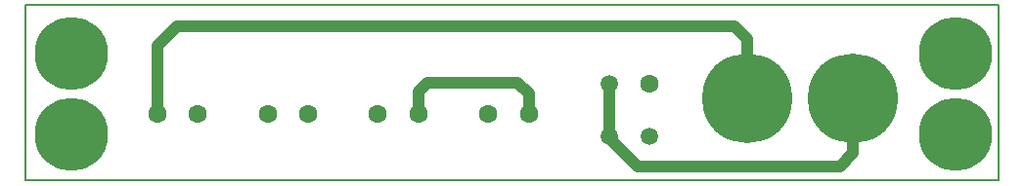
<source format=gtl>
G04 Layer_Physical_Order=1*
G04 Layer_Color=255*
%FSLAX44Y44*%
%MOMM*%
G71*
G01*
G75*
%ADD10C,1.0000*%
%ADD11C,0.2000*%
%ADD12C,6.3500*%
%ADD13C,1.6000*%
%ADD14C,1.5200*%
%ADD15C,7.8000*%
D10*
X716515Y23515D02*
Y71000D01*
X505009Y38000D02*
Y84000D01*
X114000Y58000D02*
Y117000D01*
X131000Y134000D01*
X614000D01*
X625012Y122988D01*
Y71000D02*
Y122988D01*
X435507Y58000D02*
Y75493D01*
X340005Y77004D02*
X348000Y85000D01*
X426000D01*
X435507Y75493D01*
X705000Y12000D02*
X716515Y23515D01*
X340005Y58000D02*
Y77004D01*
Y55005D02*
Y58000D01*
X530000Y12000D02*
X705000D01*
X504505Y37495D02*
X530000Y12000D01*
D11*
X0Y152500D02*
X842500D01*
X842500Y0D02*
Y152500D01*
X0Y0D02*
Y152500D01*
Y0D02*
X842500D01*
D12*
X40000Y40000D02*
D03*
X805000D02*
D03*
Y110000D02*
D03*
X40000D02*
D03*
D13*
X114000Y58000D02*
D03*
X149000D02*
D03*
X305005D02*
D03*
X340005D02*
D03*
X400507D02*
D03*
X435507D02*
D03*
X209500D02*
D03*
X244500D02*
D03*
X540009Y84000D02*
D03*
D14*
X505009D02*
D03*
X540009Y38000D02*
D03*
X505009D02*
D03*
D15*
X625012Y71000D02*
D03*
X716515Y71000D02*
D03*
M02*

</source>
